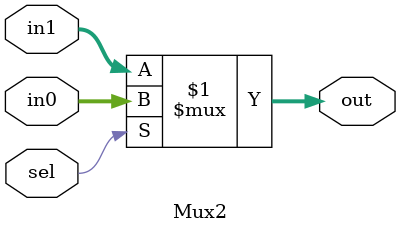
<source format=v>
/************************************************************
*
*       Filename        :       Mux2.v
*       Revision        :       first version
*       Description     :       select which to output between two input data
*
*       sel             :       input, control, sel == 0, output in0 else output in1
*       in0             :       input[DWIDTH-1:0], data, input data 0
*       in1             :       input[DWIDTH-1:0], data, input data 1
*       out             :       output[DWIDTH-1:0], data, output data
*
************************************************************/
module Mux2 #(parameter DWIDTH = 6)(
  input sel,
  input [DWIDTH-1:0] in0,
  input [DWIDTH-1:0] in1,
  output [DWIDTH-1:0] out
);

  assign out = sel ? in0: in1;

endmodule

</source>
